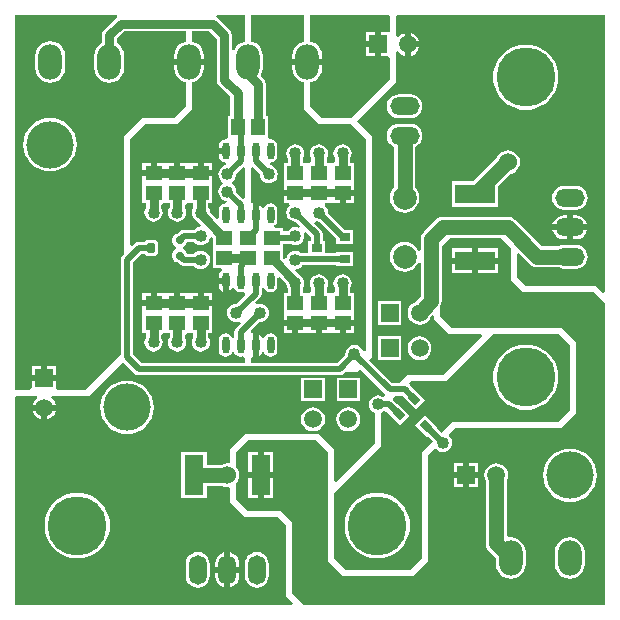
<source format=gtl>
%FSLAX25Y25*%
%MOIN*%
G70*
G01*
G75*
G04 Layer_Physical_Order=1*
G04 Layer_Color=255*
%ADD10R,0.04528X0.05315*%
G04:AMPARAMS|DCode=11|XSize=35.43mil|YSize=27.56mil|CornerRadius=6.89mil|HoleSize=0mil|Usage=FLASHONLY|Rotation=90.000|XOffset=0mil|YOffset=0mil|HoleType=Round|Shape=RoundedRectangle|*
%AMROUNDEDRECTD11*
21,1,0.03543,0.01378,0,0,90.0*
21,1,0.02165,0.02756,0,0,90.0*
1,1,0.01378,0.00689,0.01083*
1,1,0.01378,0.00689,-0.01083*
1,1,0.01378,-0.00689,-0.01083*
1,1,0.01378,-0.00689,0.01083*
%
%ADD11ROUNDEDRECTD11*%
G04:AMPARAMS|DCode=12|XSize=23.62mil|YSize=27.56mil|CornerRadius=5.91mil|HoleSize=0mil|Usage=FLASHONLY|Rotation=90.000|XOffset=0mil|YOffset=0mil|HoleType=Round|Shape=RoundedRectangle|*
%AMROUNDEDRECTD12*
21,1,0.02362,0.01575,0,0,90.0*
21,1,0.01181,0.02756,0,0,90.0*
1,1,0.01181,0.00787,0.00591*
1,1,0.01181,0.00787,-0.00591*
1,1,0.01181,-0.00787,-0.00591*
1,1,0.01181,-0.00787,0.00591*
%
%ADD12ROUNDEDRECTD12*%
%ADD13R,0.05315X0.04528*%
%ADD14R,0.03740X0.02559*%
G04:AMPARAMS|DCode=15|XSize=25.59mil|YSize=37.4mil|CornerRadius=0mil|HoleSize=0mil|Usage=FLASHONLY|Rotation=45.000|XOffset=0mil|YOffset=0mil|HoleType=Round|Shape=Rectangle|*
%AMROTATEDRECTD15*
4,1,4,0.00418,-0.02227,-0.02227,0.00418,-0.00418,0.02227,0.02227,-0.00418,0.00418,-0.02227,0.0*
%
%ADD15ROTATEDRECTD15*%

%ADD16O,0.02362X0.05709*%
%ADD17R,0.05512X0.04528*%
%ADD18R,0.06496X0.13386*%
%ADD19R,0.13386X0.06496*%
%ADD20C,0.03000*%
%ADD21C,0.02000*%
%ADD22C,0.02500*%
%ADD23C,0.05000*%
%ADD24C,0.15748*%
%ADD25O,0.07874X0.11811*%
%ADD26C,0.05906*%
%ADD27R,0.05906X0.05906*%
%ADD28O,0.05906X0.09843*%
%ADD29O,0.09843X0.05906*%
%ADD30C,0.07874*%
%ADD31R,0.05906X0.05906*%
%ADD32C,0.19685*%
%ADD33C,0.04000*%
%ADD34C,0.06000*%
G36*
X34155Y196050D02*
X33631Y195700D01*
X29694Y191763D01*
X29141Y190936D01*
X28947Y189961D01*
Y187338D01*
X27975Y186592D01*
X27184Y185561D01*
X26686Y184360D01*
X26517Y183071D01*
Y179134D01*
X26686Y177845D01*
X27184Y176644D01*
X27975Y175613D01*
X29006Y174821D01*
X30207Y174324D01*
X31496Y174154D01*
X32785Y174324D01*
X33986Y174821D01*
X35017Y175613D01*
X35809Y176644D01*
X36306Y177845D01*
X36476Y179134D01*
Y183071D01*
X36306Y184360D01*
X35809Y185561D01*
X35017Y186592D01*
X34045Y187338D01*
Y188905D01*
X36489Y191349D01*
X57087D01*
Y187921D01*
X56782Y187881D01*
X55581Y187383D01*
X54550Y186592D01*
X53758Y185561D01*
X53261Y184360D01*
X53091Y183071D01*
Y182102D01*
X63051D01*
Y183071D01*
X62881Y184360D01*
X62383Y185561D01*
X61592Y186592D01*
X60561Y187383D01*
X59360Y187881D01*
X59055Y187921D01*
Y191349D01*
X64889D01*
X67333Y188905D01*
Y175197D01*
X67527Y174221D01*
X68080Y173395D01*
X71762Y169712D01*
Y163106D01*
X71047D01*
Y156032D01*
X70435Y155338D01*
X70256Y155374D01*
X69405Y155204D01*
X68683Y154722D01*
X68201Y154001D01*
X68032Y153150D01*
Y152476D01*
X70256D01*
Y150476D01*
X68032D01*
Y149803D01*
X68201Y148952D01*
X68683Y148231D01*
X69405Y147749D01*
X70120Y147606D01*
X70435Y147163D01*
X70579Y146828D01*
X70485Y146677D01*
X70083Y146624D01*
X69353Y146321D01*
X68726Y145840D01*
X68246Y145214D01*
X67943Y144484D01*
X67840Y143701D01*
X67943Y142918D01*
X68246Y142188D01*
X68726Y141561D01*
X69183Y141211D01*
X69256Y140869D01*
Y140627D01*
X69183Y140285D01*
X68726Y139935D01*
X68246Y139308D01*
X67943Y138578D01*
X67840Y137795D01*
X67943Y137012D01*
X68246Y136282D01*
X68726Y135656D01*
X69353Y135175D01*
X70083Y134872D01*
X70485Y134819D01*
X70579Y134668D01*
X70435Y134333D01*
X70120Y133890D01*
X69405Y133747D01*
X68683Y133265D01*
X68201Y132544D01*
X68032Y131693D01*
Y129125D01*
X67232Y128794D01*
X65021Y131006D01*
X64931Y131689D01*
X64628Y132419D01*
X64557Y132512D01*
Y134039D01*
X65764D01*
Y140129D01*
X65764Y140567D01*
X65764Y141367D01*
Y143193D01*
X62008D01*
Y144193D01*
X61008D01*
Y147457D01*
X58690D01*
X58252Y147457D01*
X57452Y147457D01*
X55134D01*
Y144193D01*
X53134D01*
Y147457D01*
X50816D01*
X50378Y147457D01*
X49578Y147457D01*
X47260D01*
Y144193D01*
X46260D01*
Y143193D01*
X42504D01*
Y141367D01*
X42504Y140929D01*
X42504Y140129D01*
Y134039D01*
X43711D01*
Y132512D01*
X43639Y132419D01*
X43337Y131689D01*
X43234Y130905D01*
X43337Y130122D01*
X43639Y129393D01*
X44120Y128766D01*
X44747Y128285D01*
X45477Y127983D01*
X46260Y127880D01*
X47043Y127983D01*
X47773Y128285D01*
X48399Y128766D01*
X48880Y129393D01*
X49183Y130122D01*
X49286Y130905D01*
X49183Y131689D01*
X48880Y132419D01*
X48809Y132512D01*
Y133474D01*
X49374Y134039D01*
X50016Y134039D01*
X50785Y134039D01*
X51585Y133965D01*
Y132512D01*
X51513Y132419D01*
X51211Y131689D01*
X51108Y130905D01*
X51211Y130122D01*
X51513Y129393D01*
X51994Y128766D01*
X52621Y128285D01*
X53351Y127983D01*
X54134Y127880D01*
X54917Y127983D01*
X55647Y128285D01*
X56274Y128766D01*
X56754Y129393D01*
X57057Y130122D01*
X57160Y130905D01*
X57057Y131689D01*
X56754Y132419D01*
X56683Y132512D01*
Y133474D01*
X57249Y134039D01*
X57890Y134039D01*
X58659Y134039D01*
X59459Y133965D01*
Y132512D01*
X59387Y132419D01*
X59085Y131689D01*
X58982Y130905D01*
X59085Y130122D01*
X59387Y129393D01*
X59868Y128766D01*
X60495Y128285D01*
X60557Y128259D01*
X61989Y126828D01*
X61672Y126013D01*
X61225Y125954D01*
X60495Y125652D01*
X59868Y125171D01*
X59791Y125071D01*
X56299D01*
X56299Y125071D01*
X55519Y124916D01*
X54857Y124473D01*
X54857Y124473D01*
X54250Y123866D01*
X54134D01*
X53513Y123742D01*
X52987Y123391D01*
X52636Y122865D01*
X52512Y122244D01*
Y121063D01*
X52636Y120442D01*
X52987Y119916D01*
X53513Y119565D01*
X53827Y119502D01*
Y118687D01*
X53513Y118624D01*
X52987Y118273D01*
X52636Y117747D01*
X52512Y117126D01*
Y115945D01*
X52636Y115324D01*
X52987Y114798D01*
X53513Y114447D01*
X54134Y114323D01*
X54250D01*
X54857Y113716D01*
X54857Y113716D01*
X55519Y113274D01*
X56299Y113118D01*
X56299Y113118D01*
X59791D01*
X59868Y113018D01*
X60495Y112537D01*
X61225Y112235D01*
X62008Y112132D01*
X62791Y112235D01*
X63521Y112537D01*
X64148Y113018D01*
X64628Y113645D01*
X64931Y114374D01*
X65034Y115157D01*
X64931Y115941D01*
X64628Y116670D01*
X64148Y117297D01*
X63521Y117778D01*
X62791Y118080D01*
X62008Y118183D01*
X61225Y118080D01*
X60495Y117778D01*
X59868Y117297D01*
X59791Y117197D01*
X57316D01*
X57207Y117747D01*
X56855Y118273D01*
X56329Y118624D01*
X56015Y118687D01*
Y119502D01*
X56329Y119565D01*
X56855Y119916D01*
X57207Y120442D01*
X57316Y120992D01*
X59791D01*
X59868Y120892D01*
X60495Y120411D01*
X61225Y120109D01*
X62008Y120006D01*
X62791Y120109D01*
X63521Y120411D01*
X64148Y120892D01*
X64628Y121519D01*
X64931Y122248D01*
X64960Y122473D01*
X65732Y122781D01*
X66224Y122392D01*
Y119713D01*
X66224Y119276D01*
X66224Y118476D01*
Y112386D01*
X68696D01*
X68939Y111586D01*
X68683Y111415D01*
X68201Y110694D01*
X68032Y109843D01*
Y109169D01*
X70256D01*
Y108169D01*
X71256D01*
Y104541D01*
X71828Y104924D01*
X72311Y105645D01*
X72348Y105834D01*
X73164D01*
X73201Y105645D01*
X73683Y104924D01*
X74405Y104441D01*
X75256Y104272D01*
X75972Y104415D01*
X76685Y104042D01*
X76751Y103257D01*
X73944Y100450D01*
X73819Y100467D01*
X73036Y100364D01*
X72306Y100062D01*
X71679Y99581D01*
X71198Y98954D01*
X70896Y98224D01*
X70793Y97441D01*
X70896Y96658D01*
X71198Y95928D01*
X71679Y95301D01*
X72306Y94820D01*
X73036Y94518D01*
X73819Y94415D01*
X74602Y94518D01*
X74863Y94626D01*
X75316Y93948D01*
X73814Y92446D01*
X73372Y91784D01*
X73217Y91004D01*
Y89260D01*
X73201Y89237D01*
X73164Y89048D01*
X72348D01*
X72311Y89237D01*
X71828Y89958D01*
X71107Y90440D01*
X70256Y90610D01*
X69405Y90440D01*
X68683Y89958D01*
X68201Y89237D01*
X68032Y88386D01*
Y85039D01*
X68201Y84188D01*
X68683Y83467D01*
X69405Y82985D01*
X70256Y82815D01*
X71107Y82985D01*
X71828Y83467D01*
X72311Y84188D01*
X72348Y84377D01*
X73164D01*
X73201Y84188D01*
X73683Y83467D01*
X74405Y82985D01*
X75256Y82815D01*
X75972Y82958D01*
X76772Y82540D01*
Y80779D01*
X42252D01*
X39441Y83591D01*
Y114313D01*
X42183Y117055D01*
X43391D01*
X43566Y116794D01*
X44124Y116421D01*
X44783Y116290D01*
X46161D01*
X46820Y116421D01*
X47379Y116794D01*
X47752Y117353D01*
X47883Y118012D01*
Y120177D01*
X47752Y120836D01*
X47379Y121395D01*
X46820Y121768D01*
X46161Y121899D01*
X44783D01*
X44124Y121768D01*
X43566Y121395D01*
X43391Y121134D01*
X41339D01*
X40558Y120978D01*
X39897Y120536D01*
X39125Y119765D01*
X38386Y120071D01*
Y155512D01*
X43307Y160433D01*
X54134D01*
X59055Y165354D01*
Y174284D01*
X59360Y174324D01*
X60561Y174821D01*
X61592Y175613D01*
X62383Y176644D01*
X62881Y177845D01*
X63051Y179134D01*
Y180102D01*
X53091D01*
Y179134D01*
X53261Y177845D01*
X53758Y176644D01*
X54550Y175613D01*
X55581Y174821D01*
X56782Y174324D01*
X57087Y174284D01*
Y166339D01*
X53150Y162402D01*
X42323D01*
X36417Y156496D01*
X36417Y117057D01*
X35960Y116599D01*
X35518Y115938D01*
X35362Y115157D01*
Y83591D01*
X23622Y71850D01*
X14569D01*
X13795Y71913D01*
X13795Y72650D01*
Y74866D01*
X5890D01*
Y72650D01*
X5116Y71850D01*
X0D01*
Y196850D01*
X33912D01*
X34155Y196050D01*
D02*
G37*
G36*
X185039Y86614D02*
X185039Y64961D01*
X181102Y61024D01*
X145669Y61024D01*
X142190Y57544D01*
X140601Y59133D01*
X140771Y59303D01*
X136712Y63362D01*
X133488Y60139D01*
X137547Y56080D01*
X137717Y56250D01*
X139306Y54660D01*
X135827Y51181D01*
X135827Y15748D01*
X131890Y11811D01*
X110236D01*
X106299Y15748D01*
Y37402D01*
X122047Y53150D01*
X122047Y64090D01*
X122576Y64309D01*
X123086Y64700D01*
X123932Y64574D01*
X124301Y64036D01*
Y64036D01*
X128360Y59977D01*
X131584Y63201D01*
X127525Y67260D01*
X127355Y67090D01*
X126074Y68371D01*
X126019Y68932D01*
X126977Y69890D01*
X129024D01*
X129591Y69326D01*
X133650Y65267D01*
X136873Y68490D01*
X132814Y72549D01*
X132644Y72379D01*
X131653Y73371D01*
X131639Y73380D01*
X131554Y74162D01*
X132150Y74803D01*
X143701D01*
X159449Y90551D01*
X181102D01*
X185039Y86614D01*
D02*
G37*
G36*
X125000Y196285D02*
Y191735D01*
X124937Y190961D01*
X124200Y190961D01*
X121984D01*
Y187008D01*
Y183055D01*
X124200D01*
X125000Y182281D01*
Y175197D01*
X112205Y162402D01*
X102362Y162402D01*
X98425Y166339D01*
X98425Y174284D01*
X98730Y174324D01*
X99931Y174821D01*
X100962Y175613D01*
X101753Y176644D01*
X102251Y177845D01*
X102421Y179134D01*
Y180102D01*
X92461D01*
Y179134D01*
X92631Y177845D01*
X93129Y176644D01*
X93920Y175613D01*
X94951Y174821D01*
X96152Y174324D01*
X96457Y174284D01*
Y165333D01*
X101378Y160411D01*
X112205D01*
X117126Y155490D01*
X117126Y85119D01*
X116758Y84840D01*
X115839Y85103D01*
X115810Y85174D01*
X115329Y85801D01*
X114702Y86282D01*
X113972Y86584D01*
X113189Y86687D01*
X112406Y86584D01*
X111676Y86282D01*
X111049Y85801D01*
X110568Y85174D01*
X110266Y84445D01*
X110163Y83661D01*
X110180Y83536D01*
X107423Y80779D01*
X78740D01*
Y82540D01*
X79256Y82809D01*
Y86713D01*
Y90616D01*
X78826Y90840D01*
X78761Y91625D01*
X81567Y94432D01*
X81693Y94415D01*
X82476Y94518D01*
X83206Y94820D01*
X83833Y95301D01*
X84313Y95928D01*
X84616Y96658D01*
X84719Y97441D01*
X84616Y98224D01*
X84313Y98954D01*
X83833Y99581D01*
X83206Y100062D01*
X82476Y100364D01*
X81693Y100467D01*
X80910Y100364D01*
X80649Y100256D01*
X80196Y100934D01*
X81698Y102436D01*
X82140Y103098D01*
X82295Y103878D01*
X82295Y103878D01*
Y105622D01*
X82310Y105645D01*
X82348Y105834D01*
X83164D01*
X83201Y105645D01*
X83683Y104924D01*
X84405Y104441D01*
X85256Y104272D01*
X86107Y104441D01*
X86828Y104924D01*
X87310Y105645D01*
X87480Y106496D01*
Y109064D01*
X88280Y109395D01*
X90491Y107184D01*
X90581Y106500D01*
X90883Y105771D01*
X90955Y105677D01*
Y104150D01*
X89748D01*
Y98060D01*
X89748Y97622D01*
X89748Y96822D01*
Y94996D01*
X93504D01*
Y93996D01*
X94504D01*
Y90732D01*
X96822D01*
X97260Y90732D01*
X98060Y90732D01*
X100378D01*
Y93996D01*
X102378D01*
Y90732D01*
X104696D01*
X105134Y90732D01*
X105934Y90732D01*
X108252D01*
Y93996D01*
X109252D01*
Y94996D01*
X113008D01*
Y96822D01*
X113008Y97260D01*
X113008Y98060D01*
Y104150D01*
X111801D01*
Y105677D01*
X111872Y105771D01*
X112175Y106500D01*
X112278Y107283D01*
X112175Y108067D01*
X111872Y108796D01*
X111392Y109423D01*
X110765Y109904D01*
X110035Y110206D01*
X109252Y110309D01*
X108469Y110206D01*
X107739Y109904D01*
X107112Y109423D01*
X106632Y108796D01*
X106329Y108067D01*
X106226Y107283D01*
X106329Y106500D01*
X106632Y105771D01*
X106703Y105677D01*
Y104715D01*
X106137Y104150D01*
X105496Y104150D01*
X104727Y104150D01*
X103927Y104224D01*
Y105677D01*
X103998Y105771D01*
X104301Y106500D01*
X104404Y107283D01*
X104301Y108067D01*
X103998Y108796D01*
X103518Y109423D01*
X102891Y109904D01*
X102161Y110206D01*
X101378Y110309D01*
X100595Y110206D01*
X99865Y109904D01*
X99238Y109423D01*
X98757Y108796D01*
X98455Y108067D01*
X98352Y107283D01*
X98455Y106500D01*
X98757Y105771D01*
X98829Y105677D01*
Y104715D01*
X98263Y104150D01*
X97622Y104150D01*
X96853Y104150D01*
X96053Y104224D01*
Y105677D01*
X96124Y105771D01*
X96427Y106500D01*
X96530Y107283D01*
X96427Y108067D01*
X96124Y108796D01*
X95644Y109423D01*
X95017Y109904D01*
X94955Y109930D01*
X93523Y111361D01*
X93840Y112176D01*
X94287Y112235D01*
X95017Y112537D01*
X95644Y113018D01*
X95872Y113315D01*
X107071D01*
Y113075D01*
X112811D01*
Y117634D01*
X107071D01*
Y117394D01*
X103559D01*
Y121374D01*
X102728D01*
Y123720D01*
X102728Y123721D01*
X102573Y124501D01*
X102131Y125162D01*
X99881Y127413D01*
X100334Y128091D01*
X100595Y127983D01*
X101378Y127880D01*
X101504Y127896D01*
X107071Y122329D01*
Y120555D01*
X112811D01*
Y125114D01*
X110053D01*
X104387Y130780D01*
X104404Y130905D01*
X104301Y131689D01*
X103998Y132419D01*
X103518Y133045D01*
X103264Y133239D01*
X103536Y134039D01*
X105134Y134039D01*
X105934Y134039D01*
X108252D01*
Y137303D01*
X109252D01*
Y138303D01*
X113008D01*
Y140129D01*
X113008Y140567D01*
X113008Y141367D01*
Y147457D01*
X111801D01*
Y148984D01*
X111872Y149078D01*
X112175Y149807D01*
X112278Y150591D01*
X112175Y151374D01*
X111872Y152103D01*
X111392Y152730D01*
X110765Y153211D01*
X110035Y153513D01*
X109252Y153616D01*
X108469Y153513D01*
X107739Y153211D01*
X107112Y152730D01*
X106632Y152103D01*
X106329Y151374D01*
X106226Y150591D01*
X106329Y149807D01*
X106632Y149078D01*
X106703Y148984D01*
Y148022D01*
X106137Y147457D01*
X105496Y147457D01*
X104727Y147457D01*
X103927Y147531D01*
Y148984D01*
X103998Y149078D01*
X104301Y149807D01*
X104404Y150591D01*
X104301Y151374D01*
X103998Y152103D01*
X103518Y152730D01*
X102891Y153211D01*
X102161Y153513D01*
X101378Y153616D01*
X100595Y153513D01*
X99865Y153211D01*
X99238Y152730D01*
X98757Y152103D01*
X98455Y151374D01*
X98352Y150591D01*
X98455Y149807D01*
X98757Y149078D01*
X98829Y148984D01*
Y148022D01*
X98263Y147457D01*
X97622Y147457D01*
X96853Y147457D01*
X96053Y147531D01*
Y148984D01*
X96124Y149078D01*
X96427Y149807D01*
X96530Y150591D01*
X96427Y151374D01*
X96124Y152103D01*
X95644Y152730D01*
X95017Y153211D01*
X94287Y153513D01*
X93504Y153616D01*
X92721Y153513D01*
X91991Y153211D01*
X91364Y152730D01*
X90883Y152103D01*
X90581Y151374D01*
X90478Y150591D01*
X90581Y149807D01*
X90883Y149078D01*
X90955Y148984D01*
Y147457D01*
X89748D01*
Y141367D01*
X89748Y140929D01*
X89748Y140129D01*
Y138303D01*
X93504D01*
Y136303D01*
X89748D01*
Y134039D01*
X91346D01*
X91617Y133239D01*
X91364Y133045D01*
X90883Y132419D01*
X90581Y131689D01*
X90478Y130905D01*
X90581Y130122D01*
X90883Y129393D01*
X91364Y128766D01*
X91991Y128285D01*
X92721Y127983D01*
X93504Y127880D01*
X93629Y127896D01*
X95001Y126524D01*
X94548Y125846D01*
X94287Y125954D01*
X93504Y126057D01*
X92721Y125954D01*
X91991Y125652D01*
X91364Y125171D01*
X90910Y124578D01*
X89287D01*
Y125803D01*
X86815D01*
X86573Y126603D01*
X86828Y126774D01*
X87310Y127496D01*
X87480Y128347D01*
Y131693D01*
X87310Y132544D01*
X86828Y133265D01*
X86107Y133747D01*
X85256Y133917D01*
X84405Y133747D01*
X83683Y133265D01*
X83201Y132544D01*
X83164Y132355D01*
X82348D01*
X82310Y132544D01*
X81828Y133265D01*
X81256Y133648D01*
Y130020D01*
X79256D01*
Y133923D01*
X78740Y134192D01*
Y145591D01*
X79540Y145923D01*
X81636Y143826D01*
X81620Y143701D01*
X81723Y142918D01*
X82025Y142188D01*
X82506Y141561D01*
X83133Y141080D01*
X83863Y140778D01*
X84646Y140675D01*
X85429Y140778D01*
X86159Y141080D01*
X86785Y141561D01*
X87266Y142188D01*
X87568Y142918D01*
X87672Y143701D01*
X87568Y144484D01*
X87266Y145214D01*
X86785Y145840D01*
X86159Y146321D01*
X85429Y146624D01*
X85027Y146677D01*
X84933Y146828D01*
X85077Y147163D01*
X85392Y147606D01*
X86107Y147749D01*
X86828Y148231D01*
X87310Y148952D01*
X87480Y149803D01*
Y153150D01*
X87310Y154001D01*
X86828Y154722D01*
X86107Y155204D01*
X85256Y155374D01*
X85077Y155338D01*
X84465Y156032D01*
Y163106D01*
X83750D01*
Y173721D01*
X83556Y174696D01*
X83003Y175523D01*
X81988Y176539D01*
X82068Y176644D01*
X82566Y177845D01*
X82736Y179134D01*
Y183071D01*
X82566Y184360D01*
X82068Y185561D01*
X81277Y186592D01*
X80246Y187383D01*
X79045Y187881D01*
X78740Y187921D01*
Y196829D01*
X96457D01*
Y187921D01*
X96152Y187881D01*
X94951Y187383D01*
X93920Y186592D01*
X93129Y185561D01*
X92631Y184360D01*
X92461Y183071D01*
Y182102D01*
X102421D01*
Y183071D01*
X102251Y184360D01*
X101753Y185561D01*
X100962Y186592D01*
X99931Y187383D01*
X98730Y187881D01*
X98425Y187921D01*
X98425Y196851D01*
X124434D01*
X125000Y196285D01*
D02*
G37*
G36*
X98650Y122876D02*
Y121374D01*
X97819D01*
Y117394D01*
X95518D01*
X95017Y117778D01*
X94287Y118080D01*
X93504Y118183D01*
X92721Y118080D01*
X91991Y117778D01*
X91364Y117297D01*
X90883Y116670D01*
X90581Y115941D01*
X90552Y115716D01*
X89780Y115408D01*
X89287Y115797D01*
Y118476D01*
X89287Y118913D01*
X89287Y119700D01*
X89319Y120500D01*
X91875D01*
X91991Y120411D01*
X92721Y120109D01*
X93504Y120006D01*
X94287Y120109D01*
X95017Y120411D01*
X95644Y120892D01*
X96124Y121519D01*
X96427Y122248D01*
X96530Y123031D01*
X96427Y123815D01*
X96319Y124076D01*
X96997Y124529D01*
X98650Y122876D01*
D02*
G37*
G36*
X165354Y119094D02*
X165354Y108268D01*
X169291Y104331D01*
X192913D01*
X196851Y100394D01*
X196851Y0D01*
X96457Y-0D01*
X92520Y3937D01*
Y27559D01*
X88583Y31496D01*
X77756D01*
X73819Y35433D01*
Y40584D01*
X74360Y41290D01*
X74763Y42263D01*
X74901Y43307D01*
X74763Y44351D01*
X74360Y45324D01*
X73819Y46030D01*
Y51181D01*
X77756Y55118D01*
X100394Y55118D01*
X104331Y51181D01*
Y14811D01*
X109252Y9843D01*
X132874D01*
X137795Y14764D01*
Y50197D01*
X139721Y52122D01*
X140519Y52070D01*
X140577Y51994D01*
X141204Y51513D01*
X141933Y51211D01*
X142717Y51108D01*
X143500Y51211D01*
X144229Y51513D01*
X144856Y51994D01*
X145337Y52621D01*
X145639Y53351D01*
X145742Y54134D01*
X145639Y54917D01*
X145337Y55647D01*
X144856Y56274D01*
X144781Y56331D01*
X144728Y57130D01*
X146653Y59055D01*
X182087D01*
X187008Y63977D01*
Y87599D01*
X182063Y92544D01*
X145693D01*
X141756Y96481D01*
X141753Y99504D01*
X141837Y99613D01*
X142189Y100464D01*
X142310Y101378D01*
Y119672D01*
X145092Y122454D01*
X161995D01*
X165354Y119094D01*
D02*
G37*
G36*
X76772Y145591D02*
Y135905D01*
X75972Y135574D01*
X73875Y137670D01*
X73892Y137795D01*
X73789Y138578D01*
X73487Y139308D01*
X73006Y139935D01*
X72549Y140285D01*
X72476Y140627D01*
Y140869D01*
X72549Y141211D01*
X73006Y141561D01*
X73487Y142188D01*
X73789Y142918D01*
X73892Y143701D01*
X73875Y143826D01*
X75972Y145923D01*
X76772Y145591D01*
D02*
G37*
G36*
X39897Y77298D02*
X40558Y76856D01*
X41339Y76701D01*
X108268D01*
X109048Y76856D01*
X109710Y77298D01*
X110167Y77756D01*
X114173D01*
X115192Y78775D01*
X123428Y70539D01*
X123395Y69722D01*
X122790Y69386D01*
X122576Y69550D01*
X121846Y69852D01*
X121063Y69955D01*
X120280Y69852D01*
X119550Y69550D01*
X118923Y69069D01*
X118442Y68442D01*
X118140Y67712D01*
X118037Y66929D01*
X118140Y66146D01*
X118442Y65416D01*
X118923Y64789D01*
X119550Y64309D01*
X120079Y64090D01*
X120079Y54134D01*
X107038Y41093D01*
X106299Y41400D01*
X106299Y52165D01*
X101378Y57087D01*
X76772D01*
X71850Y52165D01*
Y47819D01*
X71249Y47291D01*
X70866Y47342D01*
X69822Y47204D01*
X68936Y46837D01*
X63992D01*
Y51000D01*
X55496D01*
Y35614D01*
X63992D01*
Y39777D01*
X68936D01*
X69822Y39410D01*
X70866Y39273D01*
X71249Y39323D01*
X71850Y38796D01*
Y34449D01*
X76772Y29527D01*
X87599Y29528D01*
X90551Y26575D01*
Y2953D01*
X92765Y739D01*
X92459Y-0D01*
X0Y0D01*
X-0Y69316D01*
X566Y69882D01*
X7269D01*
X7540Y69082D01*
X7023Y68685D01*
X6390Y67860D01*
X5991Y66898D01*
X5987Y66866D01*
X13698D01*
X13693Y66898D01*
X13295Y67860D01*
X12662Y68685D01*
X12145Y69082D01*
X12416Y69882D01*
X24606D01*
X35960Y81235D01*
X39897Y77298D01*
D02*
G37*
G36*
X76772Y187921D02*
X76467Y187881D01*
X75266Y187383D01*
X74235Y186592D01*
X73443Y185561D01*
X73231Y185047D01*
X72431Y185207D01*
Y189961D01*
X72237Y190936D01*
X71684Y191763D01*
X67747Y195700D01*
X67223Y196050D01*
X67466Y196850D01*
X76772D01*
Y187921D01*
D02*
G37*
G36*
X196850Y196850D02*
Y104392D01*
X196111Y104086D01*
X193898Y106299D01*
X170276D01*
X167323Y109252D01*
Y116994D01*
X168062Y117300D01*
X171716Y113646D01*
X172448Y113084D01*
X173299Y112732D01*
X174213Y112612D01*
X181264D01*
X182039Y112291D01*
X183071Y112155D01*
X187008D01*
X188040Y112291D01*
X189001Y112689D01*
X189827Y113323D01*
X190461Y114148D01*
X190859Y115110D01*
X190995Y116142D01*
X190859Y117174D01*
X190461Y118135D01*
X189827Y118961D01*
X189001Y119595D01*
X188040Y119993D01*
X187008Y120129D01*
X183071D01*
X182039Y119993D01*
X181264Y119672D01*
X175675D01*
X166866Y128481D01*
X166135Y129042D01*
X165284Y129394D01*
X164370Y129515D01*
X142717D01*
X141803Y129394D01*
X140951Y129042D01*
X140220Y128481D01*
X136283Y124543D01*
X135722Y123812D01*
X135370Y122961D01*
X135249Y122047D01*
Y118270D01*
X134449Y118111D01*
X134234Y118631D01*
X133442Y119663D01*
X132411Y120454D01*
X131210Y120952D01*
X129921Y121121D01*
X128632Y120952D01*
X127431Y120454D01*
X126400Y119663D01*
X125609Y118631D01*
X125111Y117430D01*
X124942Y116142D01*
X125111Y114853D01*
X125609Y113652D01*
X126400Y112621D01*
X127431Y111829D01*
X128632Y111332D01*
X129921Y111162D01*
X131210Y111332D01*
X132411Y111829D01*
X133442Y112621D01*
X134234Y113652D01*
X134449Y114172D01*
X135249Y114013D01*
Y102840D01*
X133568Y101159D01*
X132928Y100894D01*
X132102Y100260D01*
X131468Y99434D01*
X131070Y98473D01*
X130934Y97441D01*
X131070Y96409D01*
X131468Y95447D01*
X132102Y94622D01*
X132928Y93988D01*
X133889Y93590D01*
X134921Y93454D01*
X135953Y93590D01*
X136915Y93988D01*
X137740Y94622D01*
X138374Y95447D01*
X138751Y96356D01*
X139025Y96631D01*
X139764Y96324D01*
Y95472D01*
X144685Y90551D01*
X155451Y90551D01*
X155757Y89812D01*
X142717Y76772D01*
X130905D01*
X128102Y73968D01*
X125766D01*
X118076Y81659D01*
X119095Y82677D01*
Y156496D01*
X114173Y161417D01*
X126969Y174213D01*
Y184434D01*
X127769Y184706D01*
X128165Y184189D01*
X128991Y183555D01*
X129952Y183157D01*
X129984Y183153D01*
Y187008D01*
Y190863D01*
X129952Y190859D01*
X128991Y190461D01*
X128165Y189827D01*
X127769Y189310D01*
X126969Y189582D01*
Y196285D01*
X127534Y196850D01*
X196850Y196850D01*
D02*
G37*
%LPC*%
G36*
X37402Y74862D02*
X35662Y74691D01*
X33989Y74183D01*
X32448Y73359D01*
X31096Y72250D01*
X29987Y70899D01*
X29163Y69357D01*
X28656Y67685D01*
X28485Y65945D01*
X28656Y64205D01*
X29163Y62533D01*
X29987Y60991D01*
X31096Y59640D01*
X32448Y58531D01*
X33989Y57707D01*
X35662Y57199D01*
X37402Y57028D01*
X39141Y57199D01*
X40814Y57707D01*
X42356Y58531D01*
X43707Y59640D01*
X44816Y60991D01*
X45640Y62533D01*
X46147Y64205D01*
X46319Y65945D01*
X46147Y67685D01*
X45640Y69357D01*
X44816Y70899D01*
X43707Y72250D01*
X42356Y73359D01*
X40814Y74183D01*
X39141Y74691D01*
X37402Y74862D01*
D02*
G37*
G36*
X99410Y65916D02*
X98378Y65780D01*
X97416Y65382D01*
X96590Y64748D01*
X95957Y63923D01*
X95558Y62961D01*
X95423Y61929D01*
X95558Y60897D01*
X95957Y59936D01*
X96590Y59110D01*
X97416Y58476D01*
X98378Y58078D01*
X99410Y57942D01*
X100441Y58078D01*
X101403Y58476D01*
X102229Y59110D01*
X102862Y59936D01*
X103261Y60897D01*
X103396Y61929D01*
X103261Y62961D01*
X102862Y63923D01*
X102229Y64748D01*
X101403Y65382D01*
X100441Y65780D01*
X99410Y65916D01*
D02*
G37*
G36*
X80988Y51000D02*
X77740D01*
Y44307D01*
X80988D01*
Y51000D01*
D02*
G37*
G36*
X86236D02*
X82988D01*
Y44307D01*
X86236D01*
Y51000D01*
D02*
G37*
G36*
X13795Y79819D02*
X10842D01*
Y76866D01*
X13795D01*
Y79819D01*
D02*
G37*
G36*
X8843D02*
X5890D01*
Y76866D01*
X8843D01*
Y79819D01*
D02*
G37*
G36*
X170276Y86860D02*
X168574Y86726D01*
X166915Y86328D01*
X165338Y85675D01*
X163883Y84783D01*
X162585Y83675D01*
X161477Y82377D01*
X160585Y80922D01*
X159932Y79345D01*
X159534Y77686D01*
X159400Y75984D01*
X159534Y74283D01*
X159932Y72623D01*
X160585Y71047D01*
X161477Y69591D01*
X162585Y68294D01*
X163883Y67185D01*
X165338Y66294D01*
X166915Y65641D01*
X168574Y65242D01*
X170276Y65108D01*
X171977Y65242D01*
X173636Y65641D01*
X175213Y66294D01*
X176668Y67185D01*
X177966Y68294D01*
X179075Y69591D01*
X179966Y71047D01*
X180619Y72623D01*
X181018Y74283D01*
X181152Y75984D01*
X181018Y77686D01*
X180619Y79345D01*
X179966Y80922D01*
X179075Y82377D01*
X177966Y83675D01*
X176668Y84783D01*
X175213Y85675D01*
X173636Y86328D01*
X171977Y86726D01*
X170276Y86860D01*
D02*
G37*
G36*
X103362Y75882D02*
X95457D01*
Y67976D01*
X103362D01*
Y75882D01*
D02*
G37*
G36*
X115173D02*
X107268D01*
Y67976D01*
X115173D01*
Y75882D01*
D02*
G37*
G36*
X111221Y65916D02*
X110189Y65780D01*
X109227Y65382D01*
X108401Y64748D01*
X107768Y63923D01*
X107369Y62961D01*
X107234Y61929D01*
X107369Y60897D01*
X107768Y59936D01*
X108401Y59110D01*
X109227Y58476D01*
X110189Y58078D01*
X111221Y57942D01*
X112252Y58078D01*
X113214Y58476D01*
X114040Y59110D01*
X114673Y59936D01*
X115071Y60897D01*
X115207Y61929D01*
X115071Y62961D01*
X114673Y63923D01*
X114040Y64748D01*
X113214Y65382D01*
X112252Y65780D01*
X111221Y65916D01*
D02*
G37*
G36*
X8843Y64866D02*
X5987D01*
X5991Y64834D01*
X6390Y63873D01*
X7023Y63047D01*
X7849Y62413D01*
X8811Y62015D01*
X8843Y62011D01*
Y64866D01*
D02*
G37*
G36*
X13698D02*
X10842D01*
Y62011D01*
X10874Y62015D01*
X11836Y62413D01*
X12662Y63047D01*
X13295Y63873D01*
X13693Y64834D01*
X13698Y64866D01*
D02*
G37*
G36*
X154465Y47260D02*
X151512D01*
Y44307D01*
X154465D01*
Y47260D01*
D02*
G37*
G36*
X185039Y22696D02*
X183750Y22526D01*
X182550Y22029D01*
X181518Y21238D01*
X180727Y20206D01*
X180229Y19005D01*
X180060Y17717D01*
Y13780D01*
X180229Y12491D01*
X180727Y11290D01*
X181518Y10259D01*
X182550Y9467D01*
X183750Y8970D01*
X185039Y8800D01*
X186328Y8970D01*
X187529Y9467D01*
X188560Y10259D01*
X189352Y11290D01*
X189849Y12491D01*
X190019Y13780D01*
Y17717D01*
X189849Y19005D01*
X189352Y20206D01*
X188560Y21238D01*
X187529Y22029D01*
X186328Y22526D01*
X185039Y22696D01*
D02*
G37*
G36*
X160512Y47294D02*
X159480Y47158D01*
X158518Y46760D01*
X157693Y46126D01*
X157059Y45300D01*
X156661Y44339D01*
X156525Y43307D01*
X156661Y42275D01*
X156982Y41501D01*
Y20591D01*
X157102Y19677D01*
X157455Y18825D01*
X158016Y18094D01*
X160375Y15735D01*
Y13780D01*
X160544Y12491D01*
X161042Y11290D01*
X161833Y10259D01*
X162864Y9467D01*
X164066Y8970D01*
X165354Y8800D01*
X166643Y8970D01*
X167844Y9467D01*
X168876Y10259D01*
X169667Y11290D01*
X170164Y12491D01*
X170334Y13780D01*
Y17717D01*
X170164Y19005D01*
X169667Y20206D01*
X168876Y21238D01*
X167844Y22029D01*
X166643Y22526D01*
X165354Y22696D01*
X164842Y22629D01*
X164042Y23330D01*
Y41501D01*
X164363Y42275D01*
X164499Y43307D01*
X164363Y44339D01*
X163964Y45300D01*
X163331Y46126D01*
X162505Y46760D01*
X161544Y47158D01*
X160512Y47294D01*
D02*
G37*
G36*
X71866Y17635D02*
Y12811D01*
X74853D01*
Y13780D01*
X74717Y14811D01*
X74319Y15773D01*
X73685Y16599D01*
X72860Y17232D01*
X71898Y17631D01*
X71866Y17635D01*
D02*
G37*
G36*
X69866D02*
X69834Y17631D01*
X68873Y17232D01*
X68047Y16599D01*
X67414Y15773D01*
X67015Y14811D01*
X66879Y13780D01*
Y12811D01*
X69866D01*
Y17635D01*
D02*
G37*
G36*
X80709Y17766D02*
X79677Y17631D01*
X78715Y17232D01*
X77890Y16599D01*
X77256Y15773D01*
X76858Y14811D01*
X76722Y13780D01*
Y9843D01*
X76858Y8811D01*
X77256Y7849D01*
X77890Y7023D01*
X78715Y6390D01*
X79677Y5992D01*
X80709Y5856D01*
X81741Y5992D01*
X82702Y6390D01*
X83528Y7023D01*
X84161Y7849D01*
X84560Y8811D01*
X84696Y9843D01*
Y13780D01*
X84560Y14811D01*
X84161Y15773D01*
X83528Y16599D01*
X82702Y17232D01*
X81741Y17631D01*
X80709Y17766D01*
D02*
G37*
G36*
X61024D02*
X59992Y17631D01*
X59030Y17232D01*
X58205Y16599D01*
X57571Y15773D01*
X57173Y14811D01*
X57037Y13780D01*
Y9843D01*
X57173Y8811D01*
X57571Y7849D01*
X58205Y7023D01*
X59030Y6390D01*
X59992Y5992D01*
X61024Y5856D01*
X62056Y5992D01*
X63017Y6390D01*
X63843Y7023D01*
X64476Y7849D01*
X64875Y8811D01*
X65010Y9843D01*
Y13780D01*
X64875Y14811D01*
X64476Y15773D01*
X63843Y16599D01*
X63017Y17232D01*
X62056Y17631D01*
X61024Y17766D01*
D02*
G37*
G36*
X74853Y10811D02*
X71866D01*
Y5987D01*
X71898Y5992D01*
X72860Y6390D01*
X73685Y7023D01*
X74319Y7849D01*
X74717Y8811D01*
X74853Y9843D01*
Y10811D01*
D02*
G37*
G36*
X69866D02*
X66879D01*
Y9843D01*
X67015Y8811D01*
X67414Y7849D01*
X68047Y7023D01*
X68873Y6390D01*
X69834Y5992D01*
X69866Y5987D01*
Y10811D01*
D02*
G37*
G36*
X149512Y42307D02*
X146559D01*
Y39354D01*
X149512D01*
Y42307D01*
D02*
G37*
G36*
X86236Y42307D02*
X82988D01*
Y35614D01*
X86236D01*
Y42307D01*
D02*
G37*
G36*
X149512Y47260D02*
X146559D01*
Y44307D01*
X149512D01*
Y47260D01*
D02*
G37*
G36*
X154465Y42307D02*
X151512D01*
Y39354D01*
X154465D01*
Y42307D01*
D02*
G37*
G36*
X120866Y37451D02*
X119165Y37317D01*
X117505Y36919D01*
X115929Y36266D01*
X114473Y35374D01*
X113176Y34265D01*
X112067Y32968D01*
X111176Y31512D01*
X110522Y29936D01*
X110124Y28276D01*
X109990Y26575D01*
X110124Y24873D01*
X110522Y23214D01*
X111176Y21637D01*
X112067Y20182D01*
X113176Y18884D01*
X114473Y17776D01*
X115929Y16884D01*
X117505Y16231D01*
X119165Y15833D01*
X120866Y15699D01*
X122568Y15833D01*
X124227Y16231D01*
X125804Y16884D01*
X127259Y17776D01*
X128557Y18884D01*
X129665Y20182D01*
X130557Y21637D01*
X131210Y23214D01*
X131608Y24873D01*
X131742Y26575D01*
X131608Y28276D01*
X131210Y29936D01*
X130557Y31512D01*
X129665Y32968D01*
X128557Y34265D01*
X127259Y35374D01*
X125804Y36266D01*
X124227Y36919D01*
X122568Y37317D01*
X120866Y37451D01*
D02*
G37*
G36*
X20866D02*
X19165Y37317D01*
X17505Y36919D01*
X15929Y36266D01*
X14473Y35374D01*
X13176Y34265D01*
X12067Y32968D01*
X11176Y31512D01*
X10522Y29936D01*
X10124Y28276D01*
X9990Y26575D01*
X10124Y24873D01*
X10522Y23214D01*
X11176Y21637D01*
X12067Y20182D01*
X13176Y18884D01*
X14473Y17776D01*
X15929Y16884D01*
X17505Y16231D01*
X19165Y15833D01*
X20866Y15699D01*
X22568Y15833D01*
X24227Y16231D01*
X25804Y16884D01*
X27259Y17776D01*
X28557Y18884D01*
X29665Y20182D01*
X30557Y21637D01*
X31210Y23214D01*
X31608Y24873D01*
X31742Y26575D01*
X31608Y28276D01*
X31210Y29936D01*
X30557Y31512D01*
X29665Y32968D01*
X28557Y34265D01*
X27259Y35374D01*
X25804Y36266D01*
X24227Y36919D01*
X22568Y37317D01*
X20866Y37451D01*
D02*
G37*
G36*
X80988Y42307D02*
X77740D01*
Y35614D01*
X80988D01*
Y42307D01*
D02*
G37*
G36*
X185039Y52224D02*
X183300Y52053D01*
X181627Y51545D01*
X180085Y50721D01*
X178734Y49612D01*
X177625Y48261D01*
X176801Y46720D01*
X176294Y45047D01*
X176122Y43307D01*
X176294Y41568D01*
X176801Y39895D01*
X177625Y38353D01*
X178734Y37002D01*
X180085Y35893D01*
X181627Y35069D01*
X183300Y34561D01*
X185039Y34390D01*
X186779Y34561D01*
X188452Y35069D01*
X189993Y35893D01*
X191345Y37002D01*
X192454Y38353D01*
X193278Y39895D01*
X193785Y41568D01*
X193956Y43307D01*
X193785Y45047D01*
X193278Y46720D01*
X192454Y48261D01*
X191345Y49612D01*
X189993Y50721D01*
X188452Y51545D01*
X186779Y52053D01*
X185039Y52224D01*
D02*
G37*
G36*
X113008Y136303D02*
X110252D01*
Y134039D01*
X113008D01*
Y136303D01*
D02*
G37*
G36*
X164370Y151672D02*
X163326Y151535D01*
X162353Y151132D01*
X161517Y150491D01*
X160876Y149655D01*
X160718Y149274D01*
X152799Y141354D01*
X145851D01*
Y132858D01*
X161236D01*
Y139807D01*
X165133Y143704D01*
X165414Y143741D01*
X166387Y144144D01*
X167223Y144785D01*
X167864Y145621D01*
X168267Y146594D01*
X168405Y147638D01*
X168267Y148682D01*
X167864Y149655D01*
X167223Y150491D01*
X166387Y151132D01*
X165414Y151535D01*
X164370Y151672D01*
D02*
G37*
G36*
X45260Y147457D02*
X42504D01*
Y145193D01*
X45260D01*
Y147457D01*
D02*
G37*
G36*
X11811Y162460D02*
X10071Y162289D01*
X8399Y161782D01*
X6857Y160958D01*
X5506Y159849D01*
X4397Y158497D01*
X3573Y156956D01*
X3065Y155283D01*
X2894Y153543D01*
X3065Y151804D01*
X3573Y150131D01*
X4397Y148589D01*
X5506Y147238D01*
X6857Y146129D01*
X8399Y145305D01*
X10071Y144798D01*
X11811Y144626D01*
X13551Y144798D01*
X15223Y145305D01*
X16765Y146129D01*
X18116Y147238D01*
X19225Y148589D01*
X20049Y150131D01*
X20557Y151804D01*
X20728Y153543D01*
X20557Y155283D01*
X20049Y156956D01*
X19225Y158497D01*
X18116Y159849D01*
X16765Y160958D01*
X15223Y161782D01*
X13551Y162289D01*
X11811Y162460D01*
D02*
G37*
G36*
X187008Y129971D02*
X186039D01*
Y126984D01*
X190863D01*
X190859Y127016D01*
X190461Y127978D01*
X189827Y128803D01*
X189001Y129437D01*
X188040Y129835D01*
X187008Y129971D01*
D02*
G37*
G36*
X184039D02*
X183071D01*
X182039Y129835D01*
X181078Y129437D01*
X180252Y128803D01*
X179618Y127978D01*
X179220Y127016D01*
X179216Y126984D01*
X184039D01*
Y129971D01*
D02*
G37*
G36*
X187008Y139814D02*
X183071D01*
X182039Y139678D01*
X181078Y139279D01*
X180252Y138646D01*
X179618Y137820D01*
X179220Y136859D01*
X179084Y135827D01*
X179220Y134795D01*
X179618Y133833D01*
X180252Y133008D01*
X181078Y132374D01*
X182039Y131976D01*
X183071Y131840D01*
X187008D01*
X188040Y131976D01*
X189001Y132374D01*
X189827Y133008D01*
X190461Y133833D01*
X190859Y134795D01*
X190995Y135827D01*
X190859Y136859D01*
X190461Y137820D01*
X189827Y138646D01*
X189001Y139279D01*
X188040Y139678D01*
X187008Y139814D01*
D02*
G37*
G36*
X131890Y160483D02*
X127953D01*
X126921Y160347D01*
X125959Y159949D01*
X125134Y159315D01*
X124500Y158490D01*
X124102Y157528D01*
X123966Y156496D01*
X124102Y155464D01*
X124500Y154503D01*
X125134Y153677D01*
X125959Y153043D01*
X126391Y152865D01*
Y139336D01*
X125609Y138317D01*
X125111Y137116D01*
X124942Y135827D01*
X125111Y134538D01*
X125609Y133337D01*
X126400Y132306D01*
X127431Y131514D01*
X128632Y131017D01*
X129921Y130847D01*
X131210Y131017D01*
X132411Y131514D01*
X133442Y132306D01*
X134234Y133337D01*
X134731Y134538D01*
X134901Y135827D01*
X134731Y137116D01*
X134234Y138317D01*
X133451Y139336D01*
Y152865D01*
X133883Y153043D01*
X134709Y153677D01*
X135343Y154503D01*
X135741Y155464D01*
X135877Y156496D01*
X135741Y157528D01*
X135343Y158490D01*
X134709Y159315D01*
X133883Y159949D01*
X132922Y160347D01*
X131890Y160483D01*
D02*
G37*
G36*
X134839Y186008D02*
X131984D01*
Y183153D01*
X132016Y183157D01*
X132978Y183555D01*
X133803Y184189D01*
X134437Y185014D01*
X134835Y185976D01*
X134839Y186008D01*
D02*
G37*
G36*
X119984D02*
X117032D01*
Y183055D01*
X119984D01*
Y186008D01*
D02*
G37*
G36*
X131984Y190863D02*
Y188008D01*
X134839D01*
X134835Y188040D01*
X134437Y189001D01*
X133803Y189827D01*
X132978Y190461D01*
X132016Y190859D01*
X131984Y190863D01*
D02*
G37*
G36*
X119984Y190961D02*
X117032D01*
Y188008D01*
X119984D01*
Y190961D01*
D02*
G37*
G36*
X131890Y170325D02*
X127953D01*
X126921Y170190D01*
X125959Y169791D01*
X125134Y169158D01*
X124500Y168332D01*
X124102Y167370D01*
X123966Y166339D01*
X124102Y165307D01*
X124500Y164345D01*
X125134Y163519D01*
X125959Y162886D01*
X126921Y162488D01*
X127953Y162352D01*
X131890D01*
X132922Y162488D01*
X133883Y162886D01*
X134709Y163519D01*
X135343Y164345D01*
X135741Y165307D01*
X135877Y166339D01*
X135741Y167370D01*
X135343Y168332D01*
X134709Y169158D01*
X133883Y169791D01*
X132922Y170190D01*
X131890Y170325D01*
D02*
G37*
G36*
X63008Y147457D02*
Y145193D01*
X65764D01*
Y147457D01*
X63008D01*
D02*
G37*
G36*
X11811Y188050D02*
X10522Y187881D01*
X9321Y187383D01*
X8290Y186592D01*
X7499Y185561D01*
X7001Y184360D01*
X6831Y183071D01*
Y179134D01*
X7001Y177845D01*
X7499Y176644D01*
X8290Y175613D01*
X9321Y174821D01*
X10522Y174324D01*
X11811Y174154D01*
X13100Y174324D01*
X14301Y174821D01*
X15332Y175613D01*
X16124Y176644D01*
X16621Y177845D01*
X16791Y179134D01*
Y183071D01*
X16621Y184360D01*
X16124Y185561D01*
X15332Y186592D01*
X14301Y187383D01*
X13100Y187881D01*
X11811Y188050D01*
D02*
G37*
G36*
X170276Y186860D02*
X168574Y186726D01*
X166915Y186328D01*
X165338Y185675D01*
X163883Y184783D01*
X162585Y183675D01*
X161477Y182377D01*
X160585Y180922D01*
X159932Y179345D01*
X159534Y177686D01*
X159400Y175984D01*
X159534Y174283D01*
X159932Y172623D01*
X160585Y171047D01*
X161477Y169591D01*
X162585Y168294D01*
X163883Y167185D01*
X165338Y166294D01*
X166915Y165641D01*
X168574Y165242D01*
X170276Y165108D01*
X171977Y165242D01*
X173636Y165641D01*
X175213Y166294D01*
X176668Y167185D01*
X177966Y168294D01*
X179075Y169591D01*
X179966Y171047D01*
X180619Y172623D01*
X181018Y174283D01*
X181152Y175984D01*
X181018Y177686D01*
X180619Y179345D01*
X179966Y180922D01*
X179075Y182377D01*
X177966Y183675D01*
X176668Y184783D01*
X175213Y185675D01*
X173636Y186328D01*
X171977Y186726D01*
X170276Y186860D01*
D02*
G37*
G36*
X128874Y101394D02*
X120968D01*
Y93488D01*
X128874D01*
Y101394D01*
D02*
G37*
G36*
X113008Y92996D02*
X110252D01*
Y90732D01*
X113008D01*
Y92996D01*
D02*
G37*
G36*
X63008Y104150D02*
Y101886D01*
X65764D01*
Y104150D01*
X63008D01*
D02*
G37*
G36*
X45260D02*
X42504D01*
Y101886D01*
X45260D01*
Y104150D01*
D02*
G37*
G36*
X128874Y89583D02*
X120968D01*
Y81677D01*
X128874D01*
Y89583D01*
D02*
G37*
G36*
X134921Y89617D02*
X133889Y89481D01*
X132928Y89083D01*
X132102Y88449D01*
X131468Y87623D01*
X131070Y86662D01*
X130934Y85630D01*
X131070Y84598D01*
X131468Y83636D01*
X132102Y82811D01*
X132928Y82177D01*
X133889Y81779D01*
X134921Y81643D01*
X135953Y81779D01*
X136915Y82177D01*
X137740Y82811D01*
X138374Y83636D01*
X138772Y84598D01*
X138908Y85630D01*
X138772Y86662D01*
X138374Y87623D01*
X137740Y88449D01*
X136915Y89083D01*
X135953Y89481D01*
X134921Y89617D01*
D02*
G37*
G36*
X92504Y92996D02*
X89748D01*
Y90732D01*
X92504D01*
Y92996D01*
D02*
G37*
G36*
X85256Y90610D02*
X84405Y90440D01*
X83683Y89958D01*
X83201Y89237D01*
X83164Y89048D01*
X82348D01*
X82310Y89237D01*
X81828Y89958D01*
X81256Y90341D01*
Y86713D01*
Y83084D01*
X81828Y83467D01*
X82310Y84188D01*
X82348Y84377D01*
X83164D01*
X83201Y84188D01*
X83683Y83467D01*
X84405Y82985D01*
X85256Y82815D01*
X86107Y82985D01*
X86828Y83467D01*
X87310Y84188D01*
X87480Y85039D01*
Y88386D01*
X87310Y89237D01*
X86828Y89958D01*
X86107Y90440D01*
X85256Y90610D01*
D02*
G37*
G36*
X161236Y119110D02*
X154543D01*
Y115862D01*
X161236D01*
Y119110D01*
D02*
G37*
G36*
X152543D02*
X145851D01*
Y115862D01*
X152543D01*
Y119110D01*
D02*
G37*
G36*
X190863Y124984D02*
X186039D01*
Y121997D01*
X187008D01*
X188040Y122133D01*
X189001Y122532D01*
X189827Y123165D01*
X190461Y123991D01*
X190859Y124952D01*
X190863Y124984D01*
D02*
G37*
G36*
X184039D02*
X179216D01*
X179220Y124952D01*
X179618Y123991D01*
X180252Y123165D01*
X181078Y122532D01*
X182039Y122133D01*
X183071Y121997D01*
X184039D01*
Y124984D01*
D02*
G37*
G36*
X69256Y107169D02*
X68032D01*
Y106496D01*
X68201Y105645D01*
X68683Y104924D01*
X69256Y104541D01*
Y107169D01*
D02*
G37*
G36*
X58252Y104150D02*
X57452Y104150D01*
X55134D01*
Y100886D01*
X53134D01*
Y104150D01*
X50816D01*
X50378Y104150D01*
X49578Y104150D01*
X47260D01*
Y100886D01*
X46260D01*
Y99886D01*
X42504D01*
Y98060D01*
X42504Y97622D01*
X42504Y96822D01*
Y90732D01*
X43711D01*
Y89205D01*
X43639Y89111D01*
X43337Y88382D01*
X43234Y87598D01*
X43337Y86815D01*
X43639Y86085D01*
X44120Y85459D01*
X44747Y84978D01*
X45477Y84676D01*
X46260Y84572D01*
X47043Y84676D01*
X47773Y84978D01*
X48399Y85459D01*
X48880Y86085D01*
X49183Y86815D01*
X49286Y87598D01*
X49183Y88382D01*
X48880Y89111D01*
X48809Y89205D01*
Y90167D01*
X49374Y90732D01*
X50016Y90732D01*
X50785Y90732D01*
X51585Y90658D01*
Y89205D01*
X51513Y89111D01*
X51211Y88382D01*
X51108Y87598D01*
X51211Y86815D01*
X51513Y86085D01*
X51994Y85459D01*
X52621Y84978D01*
X53351Y84676D01*
X54134Y84572D01*
X54917Y84676D01*
X55647Y84978D01*
X56274Y85459D01*
X56754Y86085D01*
X57057Y86815D01*
X57160Y87598D01*
X57057Y88382D01*
X56754Y89111D01*
X56683Y89205D01*
Y90167D01*
X57249Y90732D01*
X57890Y90732D01*
X58659Y90732D01*
X59459Y90658D01*
Y89205D01*
X59387Y89111D01*
X59085Y88382D01*
X58982Y87598D01*
X59085Y86815D01*
X59387Y86085D01*
X59868Y85459D01*
X60495Y84978D01*
X61225Y84676D01*
X62008Y84572D01*
X62791Y84676D01*
X63521Y84978D01*
X64148Y85459D01*
X64628Y86085D01*
X64931Y86815D01*
X65034Y87598D01*
X64931Y88382D01*
X64628Y89111D01*
X64557Y89205D01*
Y90732D01*
X65764D01*
Y96822D01*
X65764Y97260D01*
X65764Y98060D01*
Y99886D01*
X62008D01*
Y100886D01*
X61008D01*
Y104150D01*
X58690D01*
X58252Y104150D01*
D02*
G37*
G36*
X161236Y113862D02*
X154543D01*
Y110614D01*
X161236D01*
Y113862D01*
D02*
G37*
G36*
X152543D02*
X145851D01*
Y110614D01*
X152543D01*
Y113862D01*
D02*
G37*
%LPD*%
D10*
X74311Y159449D02*
D03*
X81201D02*
D03*
D11*
X45472Y119095D02*
D03*
D12*
X54921Y116535D02*
D03*
Y121653D02*
D03*
D13*
X85630Y115650D02*
D03*
Y122539D02*
D03*
X69882Y115650D02*
D03*
Y122539D02*
D03*
X77756Y115650D02*
D03*
Y122539D02*
D03*
D14*
X100689Y119095D02*
D03*
X109941Y115354D02*
D03*
Y122835D02*
D03*
D15*
X127943Y63619D02*
D03*
X133232Y68908D02*
D03*
X137129Y59721D02*
D03*
D16*
X70256Y86713D02*
D03*
X75256D02*
D03*
X70256Y108169D02*
D03*
X85256Y86713D02*
D03*
X80256D02*
D03*
X75256Y108169D02*
D03*
X80256D02*
D03*
X85256D02*
D03*
X70256Y130020D02*
D03*
Y151476D02*
D03*
X75256D02*
D03*
X85256Y130020D02*
D03*
X75256D02*
D03*
X80256D02*
D03*
Y151476D02*
D03*
X85256D02*
D03*
D17*
X46260Y93996D02*
D03*
Y100886D02*
D03*
X109252Y93996D02*
D03*
Y100886D02*
D03*
X46260Y137303D02*
D03*
Y144193D02*
D03*
X109252Y137303D02*
D03*
Y144193D02*
D03*
X54134Y93996D02*
D03*
Y100886D02*
D03*
X101378Y93996D02*
D03*
Y100886D02*
D03*
X54134Y137303D02*
D03*
Y144193D02*
D03*
X101378Y137303D02*
D03*
Y144193D02*
D03*
X62008Y93996D02*
D03*
Y100886D02*
D03*
X93504Y93996D02*
D03*
Y100886D02*
D03*
X62008Y137303D02*
D03*
Y144193D02*
D03*
X93504Y137303D02*
D03*
Y144193D02*
D03*
D18*
X59744Y43307D02*
D03*
X81988D02*
D03*
D19*
X153543Y114862D02*
D03*
Y137106D02*
D03*
D20*
X62008Y130413D02*
X69882Y122539D01*
X62008Y130905D02*
X62008Y130905D01*
X69882Y115650D02*
X77756D01*
X46260Y137303D02*
X46260Y137303D01*
X46260Y130905D02*
Y137303D01*
X54134Y130905D02*
Y137303D01*
X62008Y130905D02*
Y137303D01*
X93504Y144193D02*
Y150591D01*
X101378Y144193D02*
Y150591D01*
X101378Y150591D02*
X101378Y150591D01*
X46260Y87598D02*
Y93996D01*
X46260Y87598D02*
X46260Y87598D01*
X54134Y87598D02*
Y93996D01*
X62008Y87598D02*
Y93996D01*
X62008Y87598D02*
X62008Y87598D01*
X93504Y100886D02*
Y107283D01*
X101378Y100886D02*
Y107283D01*
X101378Y107283D02*
X101378Y107283D01*
X109252Y100886D02*
Y107283D01*
X85630Y115650D02*
X93504Y107776D01*
X77756Y177165D02*
X81201Y173721D01*
Y159449D02*
Y173721D01*
X77756Y177165D02*
Y181102D01*
X74311Y159449D02*
Y170768D01*
X69882Y175197D02*
X74311Y170768D01*
X31496Y181102D02*
Y189961D01*
X35433Y193898D01*
X65945D01*
X69882Y189961D01*
Y175197D02*
Y189961D01*
X46260Y144193D02*
X54134D01*
X62008D01*
X46260Y100886D02*
X54134D01*
X62008D01*
X109252Y144193D02*
Y150591D01*
D21*
X75256Y113150D02*
X77756Y115650D01*
X75256Y108169D02*
Y113150D01*
X109449Y122835D02*
X109941D01*
X93701Y115354D02*
X109941D01*
X93504Y115157D02*
X93701Y115354D01*
X80256Y103878D02*
Y108169D01*
X73819Y97441D02*
X80256Y103878D01*
X75256Y91004D02*
X81693Y97441D01*
X75256Y86713D02*
Y91004D01*
X74311Y159449D02*
X75256Y158504D01*
X70866Y143701D02*
Y143701D01*
X75256Y148091D01*
Y151476D02*
Y158504D01*
Y148091D02*
Y151476D01*
X121063Y66929D02*
X124632D01*
X127943Y63619D01*
X124921Y96535D02*
Y97441D01*
X137129Y59721D02*
Y59721D01*
Y59721D02*
X142717Y54134D01*
X54921Y116535D02*
X56299Y115157D01*
X62008D01*
X100689Y119095D02*
Y123721D01*
X56299Y123031D02*
X62008D01*
X54921Y121653D02*
X56299Y123031D01*
X113189Y83661D02*
Y83661D01*
X101378Y130905D02*
X109449Y122835D01*
X93504Y130905D02*
X100689Y123721D01*
X85630Y122539D02*
X93012D01*
X93504Y123031D01*
X70866Y137795D02*
X75256Y133405D01*
Y130020D02*
Y133405D01*
X41339Y119095D02*
X45472D01*
X80256Y148091D02*
X84646Y143701D01*
X80256Y148091D02*
Y151476D01*
X77756Y122539D02*
X80256Y125039D01*
Y130020D01*
X108268Y78740D02*
X113189Y83661D01*
X41339Y78740D02*
X108268D01*
X37402Y82677D02*
X41339Y78740D01*
X37402Y82677D02*
Y115157D01*
X41339Y119095D01*
X113189Y83661D02*
X124921Y71929D01*
X130211D01*
X133232Y68908D01*
D22*
X101378Y137303D02*
X109252D01*
X93504Y93996D02*
X101378D01*
X109252D01*
X93504Y137303D02*
X101378D01*
D23*
X129921Y135827D02*
Y156496D01*
X160512Y20591D02*
Y43307D01*
Y20591D02*
X165354Y15748D01*
X59744Y43307D02*
X70866D01*
X70866Y43307D01*
X153543Y137106D02*
X164075Y147638D01*
X164370D01*
X134921Y97441D02*
Y97520D01*
X138779Y101378D01*
Y122047D01*
X174213Y116142D02*
X185039D01*
X164370Y125984D02*
X174213Y116142D01*
X138779Y122047D02*
X142717Y125984D01*
X164370D01*
D24*
X11811Y153543D02*
D03*
X185039Y43307D02*
D03*
X37402Y65945D02*
D03*
D25*
X31496Y181102D02*
D03*
X11811D02*
D03*
X77756Y181102D02*
D03*
X97441D02*
D03*
X58071D02*
D03*
X165354Y15748D02*
D03*
X185039D02*
D03*
D26*
X160512Y43307D02*
D03*
X130984Y187008D02*
D03*
X111221Y61929D02*
D03*
X134921Y85630D02*
D03*
X9843Y65866D02*
D03*
X99410Y61929D02*
D03*
X134921Y97441D02*
D03*
D27*
X150512Y43307D02*
D03*
X120984Y187008D02*
D03*
X124921Y85630D02*
D03*
Y97441D02*
D03*
D28*
X61024Y11811D02*
D03*
X70866D02*
D03*
X80709D02*
D03*
D29*
X185039Y116142D02*
D03*
Y125984D02*
D03*
Y135827D02*
D03*
X129921Y156496D02*
D03*
Y166339D02*
D03*
D30*
Y116142D02*
D03*
Y135827D02*
D03*
D31*
X111221Y71929D02*
D03*
X9843Y75866D02*
D03*
X99410Y71929D02*
D03*
D32*
X170276Y175984D02*
D03*
Y75984D02*
D03*
X20866Y26575D02*
D03*
X120866D02*
D03*
D33*
X70866Y143701D02*
D03*
X46260Y130905D02*
D03*
X54134D02*
D03*
X62008D02*
D03*
X93504Y150591D02*
D03*
X101378D02*
D03*
X46260Y87598D02*
D03*
X54134D02*
D03*
X62008D02*
D03*
X93504Y107283D02*
D03*
X101378D02*
D03*
X109252D02*
D03*
X93504Y115157D02*
D03*
X73819Y97441D02*
D03*
X81693D02*
D03*
X109252Y150591D02*
D03*
X121063Y66929D02*
D03*
X142717Y54134D02*
D03*
X62008Y115157D02*
D03*
X62008Y123031D02*
D03*
X113189Y83661D02*
D03*
X101378Y130905D02*
D03*
X93504D02*
D03*
Y123031D02*
D03*
X70866Y137795D02*
D03*
X84646Y143701D02*
D03*
D34*
X70866Y43307D02*
D03*
X164370Y147638D02*
D03*
M02*

</source>
